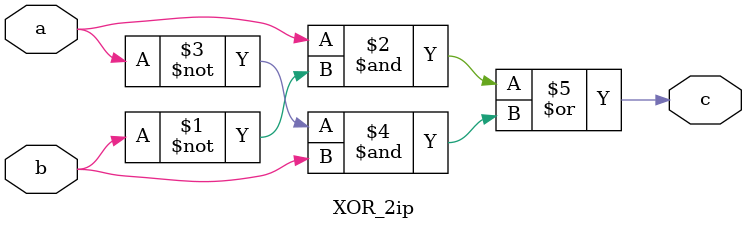
<source format=v>
module XOR_2ip(c,a,b);
  input wire a,b;
  output c;
  //wire w1,w2;
  
  assign c= (a&(~b))|((~a)&b);
  
  //assign w1= a&(~b);
  //assign w2= (~a)&b;
  //assign c= w1|w2;
endmodule

</source>
